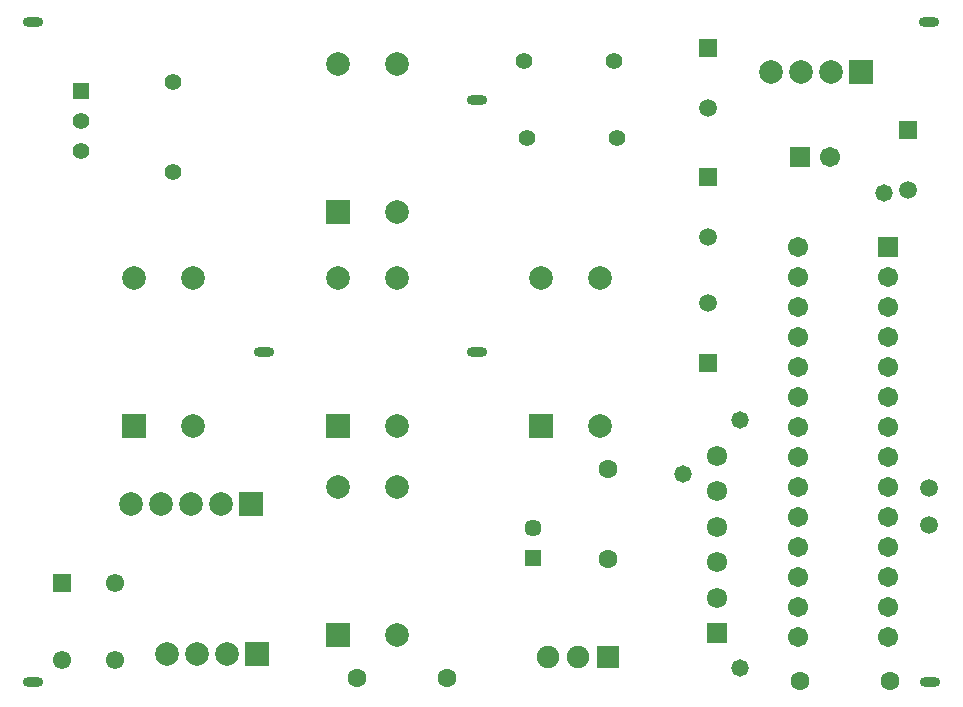
<source format=gbr>
%FSTAX23Y23*%
%MOIN*%
%SFA1B1*%

%IPPOS*%
%ADD15R,0.078740X0.078740*%
%ADD16C,0.078740*%
%ADD18R,0.057087X0.057087*%
%ADD19C,0.057087*%
%ADD31C,0.061024*%
%ADD32R,0.061024X0.061024*%
%ADD39C,0.078866*%
%ADD40R,0.078866X0.078866*%
%ADD41C,0.055244*%
%ADD42C,0.067843*%
%ADD43C,0.058000*%
%ADD44R,0.067843X0.067843*%
%ADD45C,0.059181*%
%ADD46R,0.059181X0.059181*%
%ADD47O,0.069024X0.031622*%
%ADD48R,0.067055X0.067055*%
%ADD49C,0.067055*%
%ADD50C,0.059181*%
%ADD51C,0.063118*%
%ADD52R,0.055244X0.055244*%
%ADD53R,0.074929X0.074929*%
%ADD54C,0.074929*%
%ADD55C,0.058000*%
%LNpcb_en1093_soldermask_bot-1*%
%LPD*%
G54D15*
X01081Y00238D03*
X00401Y00933D03*
X01081D03*
Y01648D03*
X01756Y00933D03*
G54D16*
X01081Y00731D03*
X01278Y00238D03*
Y00731D03*
X00598Y01426D03*
Y00933D03*
X00401Y01426D03*
X01278D03*
Y00933D03*
X01081Y01426D03*
X01278Y02141D03*
Y01648D03*
X01081Y02141D03*
X01953Y01426D03*
Y00933D03*
X01756Y01426D03*
G54D18*
X0173Y00495D03*
G54D19*
X0173Y00595D03*
G54D31*
X00337Y00155D03*
X0016D03*
X00337Y0041D03*
G54D32*
X0016Y0041D03*
G54D39*
X02525Y02115D03*
X02625D03*
X02725D03*
X0039Y00675D03*
X0069D03*
X0059D03*
X0049D03*
X0051Y00175D03*
X0061D03*
X0071D03*
G54D40*
X02825Y02115D03*
X0079Y00675D03*
X0081Y00175D03*
G54D41*
X0201Y01895D03*
X0171D03*
X0053Y0178D03*
Y0208D03*
X02Y0215D03*
X017D03*
X00225Y0185D03*
Y0195D03*
G54D42*
X02345Y00598D03*
Y00362D03*
Y0048D03*
Y00716D03*
Y00835D03*
G54D43*
X02422Y00126D03*
Y00953D03*
G54D44*
X02345Y00244D03*
G54D45*
X0298Y0172D03*
X02315Y01995D03*
Y01565D03*
Y01345D03*
G54D46*
X0298Y0192D03*
X02315Y02195D03*
Y01765D03*
Y01145D03*
G54D47*
X00065Y02282D03*
Y0008D03*
X00835Y0118D03*
X01545D03*
Y0202D03*
X03052Y0228D03*
X03055Y0008D03*
G54D48*
X02915Y0153D03*
X0262Y0183D03*
G54D49*
X02915Y0143D03*
Y0133D03*
Y0123D03*
Y0113D03*
Y0103D03*
Y0093D03*
Y0083D03*
Y0073D03*
Y0063D03*
Y0053D03*
Y0043D03*
Y0033D03*
Y0023D03*
X02615Y0153D03*
Y0143D03*
Y0133D03*
Y0123D03*
Y0113D03*
Y0103D03*
Y0093D03*
Y0083D03*
Y0073D03*
Y0063D03*
Y0053D03*
Y0043D03*
Y0033D03*
Y0023D03*
X0272Y0183D03*
G54D50*
X0305Y00603D03*
Y00726D03*
G54D51*
X0262Y00085D03*
X0292D03*
X01445Y00095D03*
X0198Y0079D03*
Y0049D03*
X01145Y00095D03*
G54D52*
X00225Y0205D03*
G54D53*
X0198Y00165D03*
G54D54*
X0188Y00165D03*
X0178D03*
G54D55*
X02229Y00775D03*
X02899Y01711D03*
M02*
</source>
